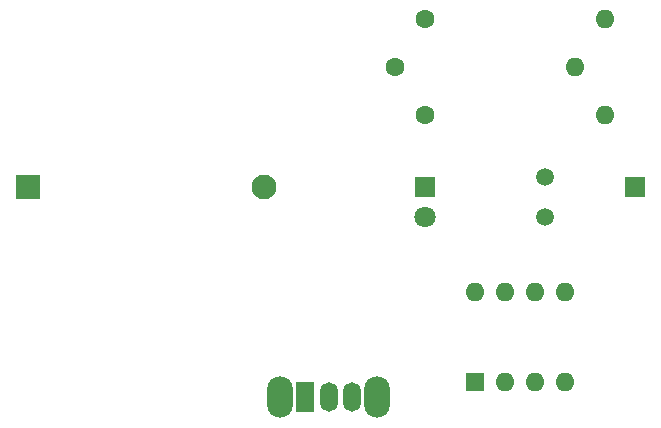
<source format=gbr>
%TF.GenerationSoftware,KiCad,Pcbnew,7.0.9*%
%TF.CreationDate,2025-05-13T13:00:26+05:30*%
%TF.ProjectId,Kicad Tutorial,4b696361-6420-4547-9574-6f7269616c2e,1*%
%TF.SameCoordinates,Original*%
%TF.FileFunction,Soldermask,Top*%
%TF.FilePolarity,Negative*%
%FSLAX46Y46*%
G04 Gerber Fmt 4.6, Leading zero omitted, Abs format (unit mm)*
G04 Created by KiCad (PCBNEW 7.0.9) date 2025-05-13 13:00:26*
%MOMM*%
%LPD*%
G01*
G04 APERTURE LIST*
%ADD10C,1.600000*%
%ADD11O,1.600000X1.600000*%
%ADD12R,1.700000X1.700000*%
%ADD13R,2.100000X2.100000*%
%ADD14C,2.100000*%
%ADD15O,2.200000X3.500000*%
%ADD16R,1.500000X2.500000*%
%ADD17O,1.500000X2.500000*%
%ADD18R,1.800000X1.800000*%
%ADD19C,1.800000*%
%ADD20C,1.500000*%
%ADD21R,1.600000X1.600000*%
G04 APERTURE END LIST*
D10*
%TO.C,R2*%
X157480000Y-91440000D03*
D11*
X172720000Y-91440000D03*
%TD*%
D10*
%TO.C,R3*%
X160020000Y-95490000D03*
D11*
X175260000Y-95490000D03*
%TD*%
D12*
%TO.C,MK1*%
X177800000Y-101600000D03*
%TD*%
D10*
%TO.C,R1*%
X160020000Y-87390000D03*
D11*
X175260000Y-87390000D03*
%TD*%
D13*
%TO.C,BT1*%
X126410914Y-101600000D03*
D14*
X146410914Y-101600000D03*
%TD*%
D15*
%TO.C,SW1*%
X147760000Y-119380000D03*
X155960000Y-119380000D03*
D16*
X149860000Y-119380000D03*
D17*
X151860000Y-119380000D03*
X153860000Y-119380000D03*
%TD*%
D18*
%TO.C,D1*%
X160020000Y-101600000D03*
D19*
X160020000Y-104140000D03*
%TD*%
D20*
%TO.C,R4*%
X170180000Y-104140000D03*
X170180000Y-100740000D03*
%TD*%
D21*
%TO.C,U1*%
X164220914Y-118100000D03*
D11*
X166760914Y-118100000D03*
X169300914Y-118100000D03*
X171840914Y-118100000D03*
X171840914Y-110480000D03*
X169300914Y-110480000D03*
X166760914Y-110480000D03*
X164220914Y-110480000D03*
%TD*%
M02*

</source>
